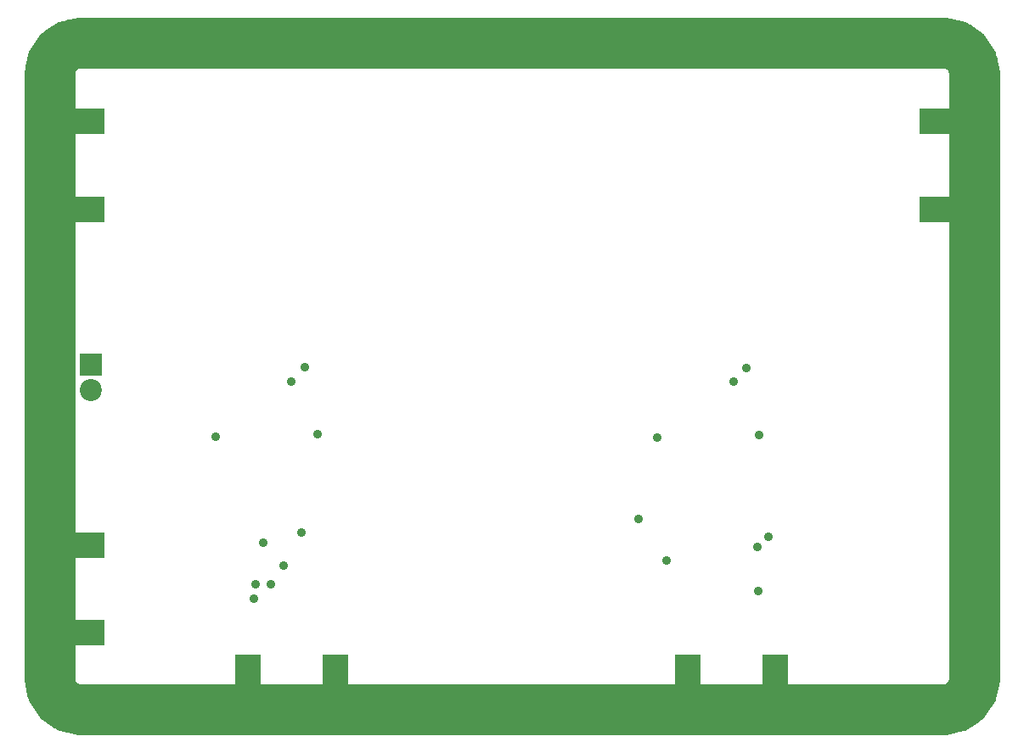
<source format=gbr>
%TF.GenerationSoftware,KiCad,Pcbnew,(5.1.6-0-10_14)*%
%TF.CreationDate,2021-11-24T09:42:12-06:00*%
%TF.ProjectId,EE514 Board (JLC),45453531-3420-4426-9f61-726420284a4c,rev?*%
%TF.SameCoordinates,Original*%
%TF.FileFunction,Soldermask,Bot*%
%TF.FilePolarity,Negative*%
%FSLAX46Y46*%
G04 Gerber Fmt 4.6, Leading zero omitted, Abs format (unit mm)*
G04 Created by KiCad (PCBNEW (5.1.6-0-10_14)) date 2021-11-24 09:42:12*
%MOMM*%
%LPD*%
G01*
G04 APERTURE LIST*
%ADD10C,5.080000*%
%ADD11R,5.180000X2.520000*%
%ADD12R,2.520000X5.180000*%
%ADD13C,2.200000*%
%ADD14R,2.200000X2.200000*%
%ADD15C,0.900000*%
G04 APERTURE END LIST*
D10*
X109728000Y-67564000D02*
X195834000Y-67564000D01*
X195834000Y-134112000D02*
X109728000Y-134112000D01*
X195834000Y-67564000D02*
G75*
G02*
X198882000Y-70612000I0J-3048000D01*
G01*
X106680000Y-131064000D02*
X106680000Y-70612000D01*
X198882000Y-131064000D02*
G75*
G02*
X195834000Y-134112000I-3048000J0D01*
G01*
X109728000Y-134112000D02*
G75*
G02*
X106680000Y-131064000I0J3048000D01*
G01*
X106680000Y-70612000D02*
G75*
G02*
X109728000Y-67564000I3048000J0D01*
G01*
X198882000Y-70612000D02*
X198882000Y-131064000D01*
D11*
%TO.C,J102*%
X109543000Y-84136000D03*
X109543000Y-75376000D03*
%TD*%
D12*
%TO.C,J106*%
X170245000Y-131133000D03*
X179005000Y-131133000D03*
%TD*%
%TO.C,J105*%
X135190000Y-131133000D03*
X126430000Y-131133000D03*
%TD*%
D11*
%TO.C,J104*%
X195903000Y-75376000D03*
X195903000Y-84136000D03*
%TD*%
%TO.C,J103*%
X109543000Y-117667000D03*
X109543000Y-126427000D03*
%TD*%
D13*
%TO.C,J101*%
X110744000Y-102235000D03*
D14*
X110744000Y-99695000D03*
%TD*%
D15*
X118745000Y-132080000D03*
X121412000Y-132080000D03*
X123952000Y-132080000D03*
X136271000Y-132080000D03*
X146304000Y-132080000D03*
X138811000Y-132080000D03*
X141478000Y-132080000D03*
X144018000Y-132080000D03*
X156337000Y-132080000D03*
X148844000Y-132080000D03*
X151511000Y-132080000D03*
X154051000Y-132080000D03*
X166370000Y-132080000D03*
X158877000Y-132080000D03*
X161544000Y-132080000D03*
X164084000Y-132080000D03*
X168910000Y-132080000D03*
X186436000Y-132080000D03*
X181610000Y-132080000D03*
X184150000Y-132080000D03*
X188976000Y-132080000D03*
X191643000Y-132080000D03*
X194183000Y-132080000D03*
X181610000Y-69596000D03*
X184150000Y-69596000D03*
X186436000Y-69596000D03*
X128778000Y-69596000D03*
X118745000Y-69596000D03*
X158877000Y-69596000D03*
X164084000Y-69596000D03*
X123952000Y-69596000D03*
X166370000Y-69596000D03*
X161544000Y-69596000D03*
X121412000Y-69596000D03*
X171577000Y-69596000D03*
X148844000Y-69596000D03*
X176403000Y-69596000D03*
X154051000Y-69596000D03*
X168910000Y-69596000D03*
X151511000Y-69596000D03*
X156337000Y-69596000D03*
X191643000Y-69596000D03*
X146304000Y-69596000D03*
X194183000Y-69596000D03*
X138811000Y-69596000D03*
X141478000Y-69596000D03*
X144018000Y-69596000D03*
X188976000Y-69596000D03*
X178943000Y-69596000D03*
X136271000Y-69596000D03*
X133985000Y-69596000D03*
X116205000Y-69596000D03*
X126238000Y-69596000D03*
X111379000Y-69596000D03*
X113919000Y-69596000D03*
X131445000Y-69596000D03*
X174117000Y-69596000D03*
X196850000Y-109474000D03*
X196850000Y-119507000D03*
X196850000Y-74168000D03*
X196850000Y-114300000D03*
X196850000Y-71882000D03*
X196850000Y-116840000D03*
X196850000Y-89408000D03*
X196850000Y-86741000D03*
X196850000Y-91948000D03*
X196850000Y-99441000D03*
X196850000Y-96774000D03*
X196850000Y-94234000D03*
X196850000Y-101981000D03*
X196850000Y-104267000D03*
X196850000Y-122047000D03*
X196850000Y-112014000D03*
X196850000Y-129540000D03*
X196850000Y-126873000D03*
X196850000Y-124333000D03*
X196850000Y-106807000D03*
X108712000Y-109474000D03*
X108712000Y-114300000D03*
X108712000Y-71882000D03*
X108712000Y-89408000D03*
X108712000Y-86741000D03*
X108712000Y-91948000D03*
X108712000Y-99441000D03*
X108712000Y-96774000D03*
X108712000Y-94234000D03*
X108712000Y-101981000D03*
X108712000Y-104267000D03*
X108712000Y-112014000D03*
X108712000Y-129540000D03*
X108712000Y-106807000D03*
X127939800Y-117449600D03*
X129971800Y-119735600D03*
X128727200Y-121589800D03*
X127177800Y-121589800D03*
X127000000Y-123012200D03*
X131775200Y-116433600D03*
X165379400Y-115062000D03*
X168148000Y-119227600D03*
X177292000Y-122301000D03*
X177215800Y-117856000D03*
X178308000Y-116840000D03*
X167233600Y-106908600D03*
X174828200Y-101396800D03*
X176149000Y-100025200D03*
X177393600Y-106654600D03*
X123190000Y-106832400D03*
X130759200Y-101371400D03*
X132105400Y-99949000D03*
X133350000Y-106578400D03*
X111379000Y-132080000D03*
X113919000Y-132080000D03*
X116205000Y-132080000D03*
M02*

</source>
